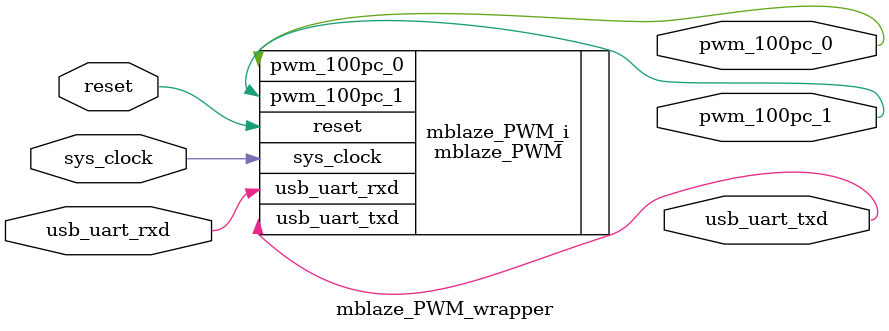
<source format=v>
`timescale 1 ps / 1 ps

module mblaze_PWM_wrapper
   (pwm_100pc_0,
    pwm_100pc_1,
    reset,
    sys_clock,
    usb_uart_rxd,
    usb_uart_txd);
  output pwm_100pc_0;
  output pwm_100pc_1;
  input reset;
  input sys_clock;
  input usb_uart_rxd;
  output usb_uart_txd;

  wire pwm_100pc_0;
  wire pwm_100pc_1;
  wire reset;
  wire sys_clock;
  wire usb_uart_rxd;
  wire usb_uart_txd;

  mblaze_PWM mblaze_PWM_i
       (.pwm_100pc_0(pwm_100pc_0),
        .pwm_100pc_1(pwm_100pc_1),
        .reset(reset),
        .sys_clock(sys_clock),
        .usb_uart_rxd(usb_uart_rxd),
        .usb_uart_txd(usb_uart_txd));
endmodule

</source>
